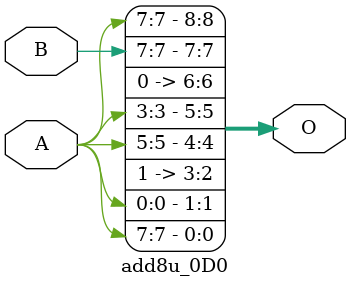
<source format=v>
/***
* This code is a part of EvoApproxLib library (ehw.fit.vutbr.cz/approxlib) distributed under The MIT License.
* When used, please cite the following article(s):  
* This file contains a circuit from a sub-set of pareto optimal circuits with respect to the pwr and wce parameters
***/
// MAE% = 14.06 %
// MAE = 72 
// WCE% = 42.38 %
// WCE = 217 
// WCRE% = 1300.00 %
// EP% = 99.61 %
// MRE% = 35.29 %
// MSE = 7477 
// PDK45_PWR = 0.000 mW
// PDK45_AREA = 0.0 um2
// PDK45_DELAY = 0.00 ns


module add8u_0D0(A, B, O);
  input [7:0] A, B;
  output [8:0] O;
  assign O[3] = 1'b1;
  assign O[2] = 1'b1;
  assign O[6] = 1'b0;
  assign O[0] = A[7];
  assign O[1] = A[0];
  assign O[4] = A[5];
  assign O[5] = A[3];
  assign O[7] = B[7];
  assign O[8] = O[0];
endmodule


</source>
